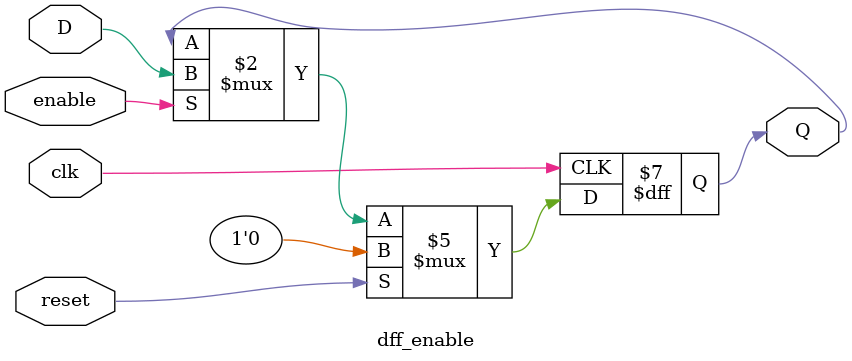
<source format=v>
module dff_enable (input wire clk, input wire reset, input wire enable, input wire D, output reg Q);
    always @(posedge clk) begin
        if (reset) begin
            Q <= 1'b0;  // reset
        end else if (enable) begin
            Q <= D;     // update output if enable is high
        end
    end
endmodule

</source>
